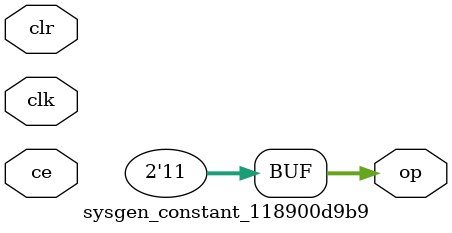
<source format=v>
module sysgen_constant_118900d9b9 (
  output [(2 - 1):0] op,
  input clk,
  input ce,
  input clr);
  assign op = 2'b11;
endmodule
</source>
